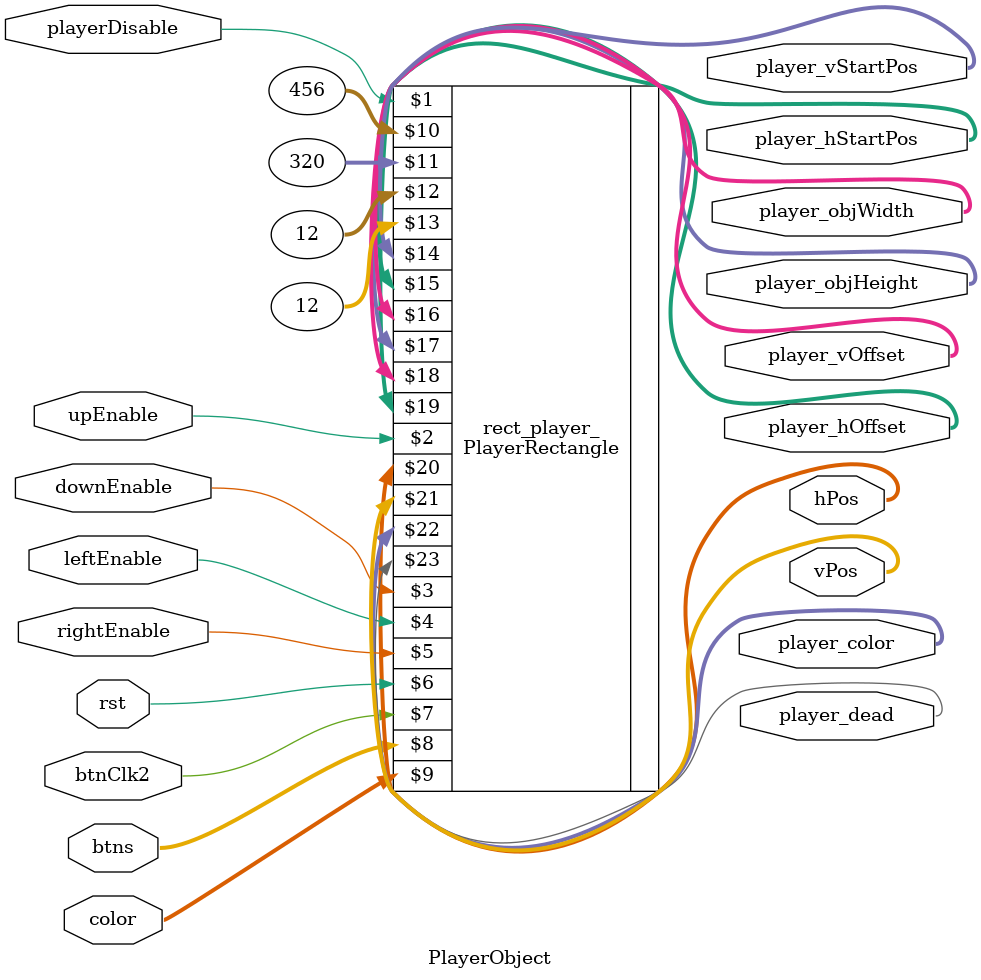
<source format=v>
`timescale 1ns / 1ps


module PlayerObject(
input playerDisable,
input upEnable,
input downEnable,
input leftEnable,
input rightEnable,
input rst,
input btnClk2,
input [3:0] btns,
input [2:0] color,
output   [11:0] player_vStartPos,
output  [11:0] player_hStartPos,
output  [11:0] player_objWidth, 
output  [11:0] player_objHeight ,
output  [31:0] player_vOffset ,
output  [31:0] player_hOffset,
output  [11:0] hPos,
output  [11:0] vPos,
output [3:0] player_color,
output player_dead
);


//Size
parameter rectHeight=12;   
parameter rectWidth=12; //player obj is a square

//position
parameter vStartPos=12+37*12;
parameter hStartPos=128+12*16;



/*
input rst,
input btnClk,
input   [3:0] btns,
input   [3:0] color,
input  [31:0] vStartPos,
input  [31:0] hStartPos,
input  [31:0] objWidth,
input  [31:0] objHeight,
output  [31:0] vStartPos_o,
output  [31:0] hStartPos_o,
output  [31:0] objWidth_o,
output  [31:0] objHeight_o,
output reg [31:0] vOffset,
output reg [31:0] hOffset,
output reg [31:0] hPos,
output reg [31:0] vPos,
output [3:0] color_o,
output reg [2:0] status       //blocked, alive, dead, moving        */

PlayerRectangle rect_player_(
playerDisable,
 upEnable,
downEnable,
leftEnable,
rightEnable,
rst,
btnClk2,
btns,
color, //red
vStartPos,
hStartPos,
rectWidth,
rectHeight,
player_vStartPos,
player_hStartPos,
player_objWidth,
player_objHeight,
player_vOffset,
player_hOffset,
hPos,
vPos,
player_color,
player_dead
);
endmodule   

</source>
